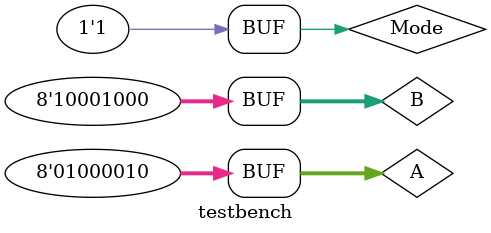
<source format=v>

module half_adder ( output S, C, input x, y); // Half-Adder 
	xor (S, x, y);
	and (C, x, y);
endmodule

module full_adder ( output S, C, input x, y, z); // Full-Adder
	wire S1, C1, C2;
	half_adder HA1 (S1, C1, x, y);
	half_adder HA2 (S, C2, S1, z);
	or g1 (C, C2, C1);
endmodule

// Full-Adder-Subtractor
module full_adder_subtractor ( output [7:0] S, output Carry, Overflow , input [7:0] A, B, input Mode);
	wire [8: 0] C;
	wire [7: 0] B_M;

// Depending on Mode, B_M will be B or B_hat
	xor  G0 (B_M[0], B[0], Mode);
	xor  G1 (B_M[1], B[1], Mode);
	xor  G2 (B_M[2], B[2], Mode);
	xor  G3 (B_M[3], B[3], Mode);
	xor  G4 (B_M[4], B[4], Mode);
	xor  G5 (B_M[5], B[5], Mode);
	xor  G6 (B_M[6], B[6], Mode);
	xor  G7 (B_M[7], B[7], Mode);

// Initializing C0
	buf G8 (C[0], Mode); 

// 8 Full-Adder
	full_adder FA0 (S[0], C[1], A[0], B_M[0], C[0]),
	           FA1 (S[1], C[2], A[1], B_M[1], C[1]),
	           FA2 (S[2], C[3], A[2], B_M[2], C[2]),
	           FA3 (S[3], C[4], A[3], B_M[3], C[3]),
		   FA4 (S[4], C[5], A[4], B_M[4], C[4]),
		   FA5 (S[5], C[6], A[5], B_M[5], C[5]),
  		   FA6 (S[6], C[7], A[6], B_M[6], C[6]),
		   FA7 (S[7], C[8], A[7], B_M[7], C[7]);

// Assigning Carry bit
	buf G9 (Carry, C[8]);

// Assigning Overflow bit
	xor  G10 (Overflow, C[7], C[8]);

endmodule

// Registers for saving inputs A and B
module Register_A (input [7:0] A, input Clk, output reg [7:0] out_A);
	always @(posedge Clk)
	out_A <= A;
endmodule 

module Register_B (input [7:0] B, input Clk, output reg [7:0] out_B);
	always @(posedge Clk)
	out_B <= B;
endmodule 

// Register for saving output S
module Register_S (input [7:0] S, input Clk, output reg [7:0] out_S);
	always @(posedge Clk)
	out_S <= S;
endmodule 

// Testing the Binary Full-Adder-Subtractor Circuit
module testbench;

  	reg [7: 0] A;
	reg [7: 0] B;
	reg Mode;
  	wire [7: 0] S;
	wire Carry, Overflow;

  	full_adder_subtractor test(S[7:0], Carry, Overflow, A [7:0], B[7:0], Mode);
  
  	initial 
		begin
   			A=8'b00000001; // A=01
			B=8'b00000001; // B=01
			Mode=1'b0;     // Addition Mode A+B=02 (S=02, carry=0, overflow=0)
			
			#50
			A=8'b11111111; // A=ff
			B=8'b10111010; // B=ba
			Mode=1'b0;     // Addition Mode A+B=b9 (S=b9, carry=1, overflow=0)

			#50
			A=8'b10000000; // A=80
			B=8'b10000000; // B=80
			Mode=1'b0;     // Addition Mode A+B=00 (S=00, carry=1, overflow=1)

			#50	
		        A=8'b01100001; // A=61
			B=8'b00001001; // B=09
			Mode=1'b1;     // Subtraction Mode A-B=58 (S=58, carry=1, overflow=0)
			
			#50
			A=8'b10001111; // A=8f
			B=8'b10111010; // B=ba
			Mode=1'b1;     // Subtraction Mode A-B=d5 (S=d5, carry=0, overflow=0)

			#50
			A=8'b01000010; // A=42
			B=8'b10001000; // B=88
			Mode=1'b1;     // Subtraction Mode A-B=ba (S=ba, carry=0, overflow=1)

 		end
  
endmodule

</source>
